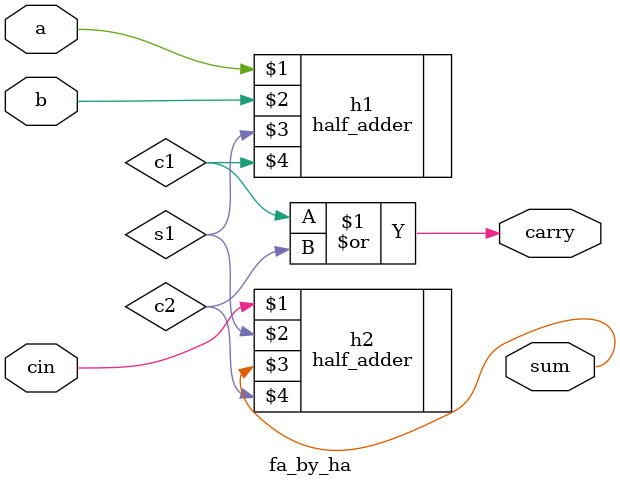
<source format=v>
module fa_by_ha(
	input a, b, cin,
	output sum, carry	
	);
	
	half_adder h1(a, b, s1, c1);
	half_adder h2(cin, s1, sum, c2);
	or (carry, c1, c2);
endmodule

</source>
